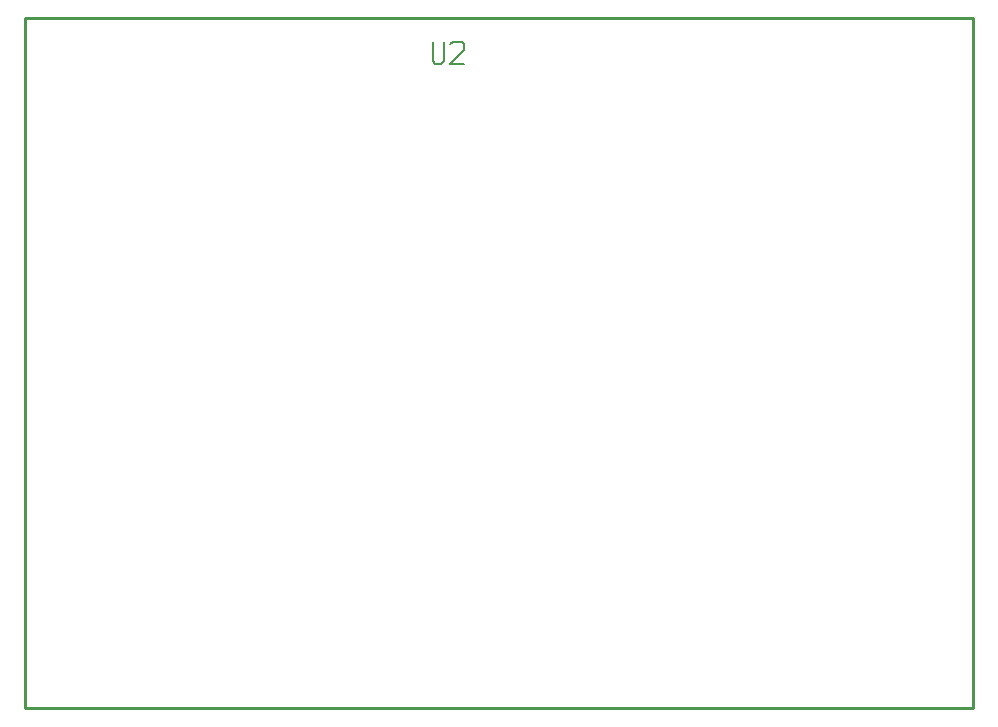
<source format=gbr>
G04 start of page 9 for group -4079 idx -4079 *
G04 Title: Heart, topsilk *
G04 Creator: pcb 4.0.2 *
G04 CreationDate: Wed Apr  3 09:48:59 2019 UTC *
G04 For: alez *
G04 Format: Gerber/RS-274X *
G04 PCB-Dimensions (mil): 5906.00 5906.00 *
G04 PCB-Coordinate-Origin: lower left *
%MOIN*%
%FSLAX25Y25*%
%LNTOPSILK*%
%ADD54C,0.0074*%
%ADD53C,0.0100*%
G54D53*X134000Y439600D02*X450000D01*
Y209600D01*
X134000D01*
Y439600D01*
G54D54*X269800Y431750D02*Y425275D01*
X270725Y424350D01*
X272575D01*
X273500Y425275D01*
Y431750D02*Y425275D01*
X275720Y430825D02*X276645Y431750D01*
X279420D01*
X280345Y430825D01*
Y428975D01*
X275720Y424350D02*X280345Y428975D01*
X275720Y424350D02*X280345D01*
M02*

</source>
